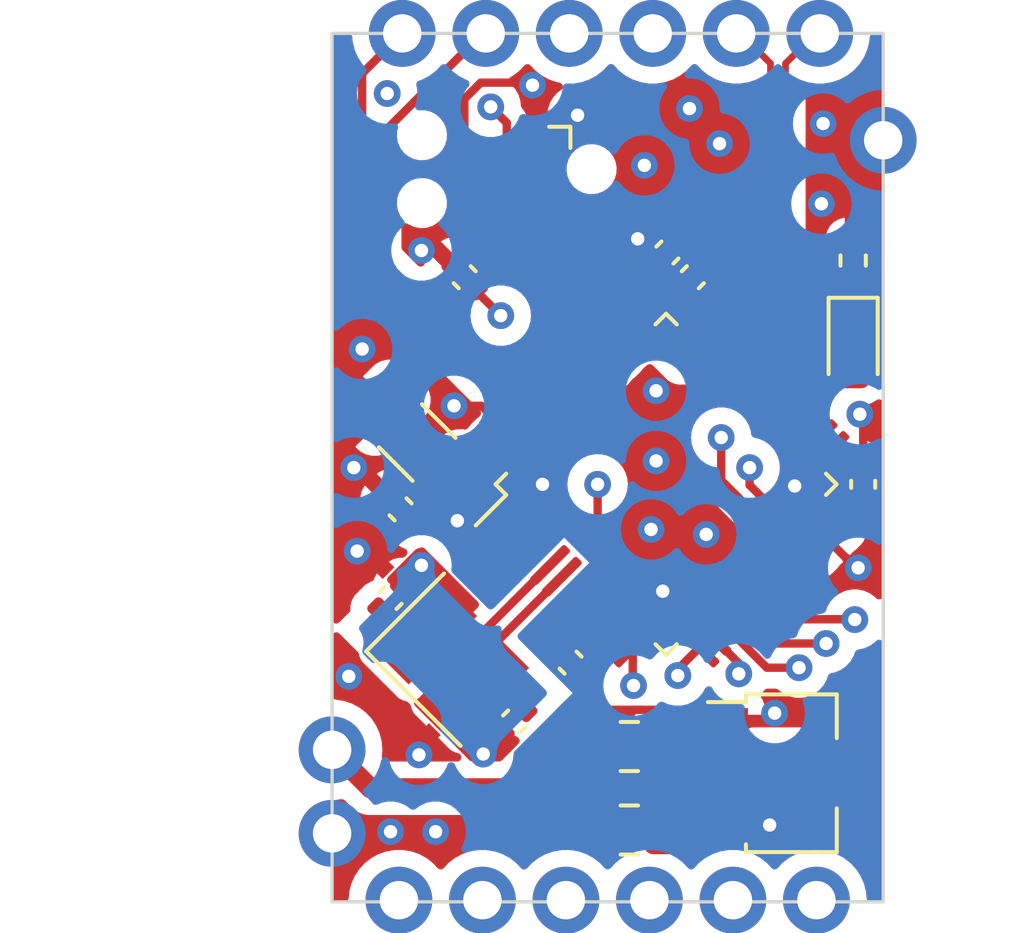
<source format=kicad_pcb>
(kicad_pcb (version 20240108) (generator "pcbnew") (generator_version "8.0")
  (layers (0 "F.Cu" signal) (1 "In1.Cu" power) (2 "In2.Cu" signal) (31 "B.Cu" power) (34 "B.Paste" user) (35 "F.Paste" user) (36 "B.SilkS" user "B.Silkscreen") (37 "F.SilkS" user "F.Silkscreen") (38 "B.Mask" user) (39 "F.Mask" user) (44 "Edge.Cuts" user))
  (net 0 "")
  (net 1 "GND")
  (net 2 "VCC")
  (net 3 "/~{RST}")
  (net 4 "/OSC_IN")
  (net 5 "/OSC_OUT")
  (net 6 "Net-(D1-K)")
  (net 7 "/SWDIO")
  (net 8 "/SWCLK")
  (net 9 "/SWO")
  (net 10 "Net-(J1-Pin_1)")
  (net 11 "/LED")
  (net 12 "Net-(U2-PB9)")
  (net 13 "Net-(U2-PB8)")
  (net 25 "Net-(U2-PB11)")
  (net 26 "Net-(U2-PB10)")
  (net 30 "Net-(U2-PA7)")
  (net 31 "Net-(U2-PA6)")
  (net 32 "Net-(U2-PA5)")
  (net 33 "Net-(U2-PA4)")
  (net 34 "Net-(U2-PA3)")
  (net 35 "Net-(U2-PA2)")
  (net 41 "Net-(U2-PA12)")
  (net 42 "Net-(U2-PA11)")
  (footprint "Capacitor_SMD:C_0402_1005Metric" (layer "F.Cu") (at 141.939411 85.110589 45)
    (property "Reference" "C5" (hide yes))
    (property "Value" "100nF")
    (fp_line (start -0.107836 -0.36) (end 0.107836 -0.36) (stroke (width 0.12)) (layer "F.SilkS"))
    (fp_line (start -0.107836 0.36) (end 0.107836 0.36) (stroke (width 0.12)) (layer "F.SilkS"))
    (pad "1" smd roundrect (at -0.48 0 45) (size 0.56 0.62) (layers "F.Cu" "F.Paste" "F.Mask") (net 2 "VCC"))
    (pad "2" smd roundrect (at 0.48 0 45) (size 0.56 0.62) (layers "F.Cu" "F.Paste" "F.Mask") (net 1 "GND"))
  )
  (footprint "Capacitor_SMD:C_0402_1005Metric" (layer "F.Cu") (at 137.35 99.15 -135)
    (property "Reference" "C11" (hide yes))
    (property "Value" "10pF")
    (fp_line (start -0.107836 0.36) (end 0.107836 0.36) (stroke (width 0.12)) (layer "F.SilkS"))
    (fp_line (start -0.107836 -0.36) (end 0.107836 -0.36) (stroke (width 0.12)) (layer "F.SilkS"))
    (pad "1" smd roundrect (at -0.48 0 225) (size 0.56 0.62) (layers "F.Cu" "F.Paste" "F.Mask") (net 5 "/OSC_OUT"))
    (pad "2" smd roundrect (at 0.48 0 225) (size 0.56 0.62) (layers "F.Cu" "F.Paste" "F.Mask") (net 1 "GND"))
  )
  (footprint "Capacitor_SMD:C_0402_1005Metric" (layer "F.Cu") (at 133.95 92.8 135)
    (property "Reference" "C3" (hide yes))
    (property "Value" "100nF")
    (fp_line (start -0.107836 -0.36) (end 0.107836 -0.36) (stroke (width 0.12)) (layer "F.SilkS"))
    (fp_line (start -0.107836 0.36) (end 0.107836 0.36) (stroke (width 0.12)) (layer "F.SilkS"))
    (pad "1" smd roundrect (at -0.48 0 135) (size 0.56 0.62) (layers "F.Cu" "F.Paste" "F.Mask") (net 2 "VCC"))
    (pad "2" smd roundrect (at 0.48 0 135) (size 0.56 0.62) (layers "F.Cu" "F.Paste" "F.Mask") (net 1 "GND"))
  )
  (footprint "Crystal:Crystal_SMD_3225-4Pin_3.2x2.5mm" (layer "F.Cu") (at 135.5 97.3 -45)
    (property "Reference" "Y1" (hide yes))
    (property "Value" "Crystal_GND24")
    (fp_line (start -2 1.65) (end 2 1.65) (stroke (width 0.12)) (layer "F.SilkS"))
    (fp_line (start -2 -1.65) (end -2 1.65) (stroke (width 0.12)) (layer "F.SilkS"))
    (pad "1" smd rect (at -1.1 0.85 315) (size 1.4 1.2) (layers "F.Cu" "F.Paste" "F.Mask") (net 4 "/OSC_IN"))
    (pad "2" smd rect (at 1.1 0.85 315) (size 1.4 1.2) (layers "F.Cu" "F.Paste" "F.Mask") (net 1 "GND"))
    (pad "3" smd rect (at 1.1 -0.85 315) (size 1.4 1.2) (layers "F.Cu" "F.Paste" "F.Mask") (net 5 "/OSC_OUT"))
    (pad "4" smd rect (at -1.1 -0.85 315) (size 1.4 1.2) (layers "F.Cu" "F.Paste" "F.Mask") (net 1 "GND"))
  )
  (footprint "Package_QFP:LQFP-48_7x7mm_P0.5mm" (layer "F.Cu") (at 141.9 92.05 45)
    (property "Reference" "U2" (hide yes))
    (property "Value" "STM32F103C8Tx")
    (fp_line (start -3.61 -3.61) (end -3.61 -3.16) (stroke (width 0.12)) (layer "F.SilkS"))
    (fp_line (start -3.16 -3.61) (end -3.61 -3.61) (stroke (width 0.12)) (layer "F.SilkS"))
    (fp_line (start -3.61 -3.16) (end -4.9 -3.16) (stroke (width 0.12)) (layer "F.SilkS"))
    (fp_line (start 3.16 -3.61) (end 3.61 -3.61) (stroke (width 0.12)) (layer "F.SilkS"))
    (fp_line (start 3.61 -3.61) (end 3.61 -3.16) (stroke (width 0.12)) (layer "F.SilkS"))
    (fp_line (start -3.61 3.61) (end -3.61 3.16) (stroke (width 0.12)) (layer "F.SilkS"))
    (fp_line (start -3.16 3.61) (end -3.61 3.61) (stroke (width 0.12)) (layer "F.SilkS"))
    (fp_line (start 3.16 3.61) (end 3.61 3.61) (stroke (width 0.12)) (layer "F.SilkS"))
    (fp_line (start 3.61 3.61) (end 3.61 3.16) (stroke (width 0.12)) (layer "F.SilkS"))
    (pad "1" smd roundrect (at -4.1625 -2.75 45) (size 1.475 0.3) (layers "F.Cu" "F.Paste" "F.Mask") (net 2 "VCC"))
    (pad "2" smd roundrect (at -4.1625 -2.25 45) (size 1.475 0.3) (layers "F.Cu" "F.Paste" "F.Mask"))
    (pad "3" smd roundrect (at -4.1625 -1.75 45) (size 1.475 0.3) (layers "F.Cu" "F.Paste" "F.Mask"))
    (pad "4" smd roundrect (at -4.1625 -1.249999 45) (size 1.475 0.3) (layers "F.Cu" "F.Paste" "F.Mask"))
    (pad "5" smd roundrect (at -4.1625 -0.75 45) (size 1.475 0.3) (layers "F.Cu" "F.Paste" "F.Mask") (net 4 "/OSC_IN"))
    (pad "6" smd roundrect (at -4.1625 -0.25 45) (size 1.475 0.3) (layers "F.Cu" "F.Paste" "F.Mask") (net 5 "/OSC_OUT"))
    (pad "7" smd roundrect (at -4.1625 0.25 45) (size 1.475 0.3) (layers "F.Cu" "F.Paste" "F.Mask") (net 3 "/~{RST}"))
    (pad "8" smd roundrect (at -4.1625 0.75 45) (size 1.475 0.3) (layers "F.Cu" "F.Paste" "F.Mask") (net 1 "GND"))
    (pad "9" smd roundrect (at -4.1625 1.249999 45) (size 1.475 0.3) (layers "F.Cu" "F.Paste" "F.Mask") (net 2 "VCC"))
    (pad "10" smd roundrect (at -4.1625 1.75 45) (size 1.475 0.3) (layers "F.Cu" "F.Paste" "F.Mask"))
    (pad "11" smd roundrect (at -4.1625 2.25 45) (size 1.475 0.3) (layers "F.Cu" "F.Paste" "F.Mask"))
    (pad "12" smd roundrect (at -4.1625 2.75 45) (size 1.475 0.3) (layers "F.Cu" "F.Paste" "F.Mask") (net 35 "Net-(U2-PA2)"))
    (pad "13" smd roundrect (at -2.75 4.1625 45) (size 0.3 1.475) (layers "F.Cu" "F.Paste" "F.Mask") (net 34 "Net-(U2-PA3)"))
    (pad "14" smd roundrect (at -2.25 4.1625 45) (size 0.3 1.475) (layers "F.Cu" "F.Paste" "F.Mask") (net 33 "Net-(U2-PA4)"))
    (pad "15" smd roundrect (at -1.75 4.1625 45) (size 0.3 1.475) (layers "F.Cu" "F.Paste" "F.Mask") (net 32 "Net-(U2-PA5)"))
    (pad "16" smd roundrect (at -1.249999 4.1625 45) (size 0.3 1.475) (layers "F.Cu" "F.Paste" "F.Mask") (net 31 "Net-(U2-PA6)"))
    (pad "17" smd roundrect (at -0.75 4.1625 45) (size 0.3 1.475) (layers "F.Cu" "F.Paste" "F.Mask") (net 30 "Net-(U2-PA7)"))
    (pad "18" smd roundrect (at -0.25 4.1625 45) (size 0.3 1.475) (layers "F.Cu" "F.Paste" "F.Mask"))
    (pad "19" smd roundrect (at 0.25 4.1625 45) (size 0.3 1.475) (layers "F.Cu" "F.Paste" "F.Mask"))
    (pad "20" smd roundrect (at 0.75 4.1625 45) (size 0.3 1.475) (layers "F.Cu" "F.Paste" "F.Mask"))
    (pad "21" smd roundrect (at 1.249999 4.1625 45) (size 0.3 1.475) (layers "F.Cu" "F.Paste" "F.Mask") (net 26 "Net-(U2-PB10)"))
    (pad "22" smd roundrect (at 1.75 4.1625 45) (size 0.3 1.475) (layers "F.Cu" "F.Paste" "F.Mask") (net 25 "Net-(U2-PB11)"))
    (pad "23" smd roundrect (at 2.25 4.1625 45) (size 0.3 1.475) (layers "F.Cu" "F.Paste" "F.Mask") (net 1 "GND"))
    (pad "24" smd roundrect (at 2.75 4.1625 45) (size 0.3 1.475) (layers "F.Cu" "F.Paste" "F.Mask") (net 2 "VCC"))
    (pad "25" smd roundrect (at 4.1625 2.75 45) (size 1.475 0.3) (layers "F.Cu" "F.Paste" "F.Mask"))
    (pad "26" smd roundrect (at 4.1625 2.25 45) (size 1.475 0.3) (layers "F.Cu" "F.Paste" "F.Mask"))
    (pad "27" smd roundrect (at 4.1625 1.75 45) (size 1.475 0.3) (layers "F.Cu" "F.Paste" "F.Mask"))
    (pad "28" smd roundrect (at 4.1625 1.249999 45) (size 1.475 0.3) (layers "F.Cu" "F.Paste" "F.Mask"))
    (pad "29" smd roundrect (at 4.1625 0.75 45) (size 1.475 0.3) (layers "F.Cu" "F.Paste" "F.Mask") (net 11 "/LED"))
    (pad "30" smd roundrect (at 4.1625 0.25 45) (size 1.475 0.3) (layers "F.Cu" "F.Paste" "F.Mask"))
    (pad "31" smd roundrect (at 4.1625 -0.25 45) (size 1.475 0.3) (layers "F.Cu" "F.Paste" "F.Mask"))
    (pad "32" smd roundrect (at 4.1625 -0.75 45) (size 1.475 0.3) (layers "F.Cu" "F.Paste" "F.Mask") (net 42 "Net-(U2-PA11)"))
    (pad "33" smd roundrect (at 4.1625 -1.249999 45) (size 1.475 0.3) (layers "F.Cu" "F.Paste" "F.Mask") (net 41 "Net-(U2-PA12)"))
    (pad "34" smd roundrect (at 4.1625 -1.75 45) (size 1.475 0.3) (layers "F.Cu" "F.Paste" "F.Mask") (net 7 "/SWDIO"))
    (pad "35" smd roundrect (at 4.1625 -2.25 45) (size 1.475 0.3) (layers "F.Cu" "F.Paste" "F.Mask") (net 1 "GND"))
    (pad "36" smd roundrect (at 4.1625 -2.75 45) (size 1.475 0.3) (layers "F.Cu" "F.Paste" "F.Mask") (net 2 "VCC"))
    (pad "37" smd roundrect (at 2.75 -4.1625 45) (size 0.3 1.475) (layers "F.Cu" "F.Paste" "F.Mask") (net 8 "/SWCLK"))
    (pad "38" smd roundrect (at 2.25 -4.1625 45) (size 0.3 1.475) (layers "F.Cu" "F.Paste" "F.Mask"))
    (pad "39" smd roundrect (at 1.75 -4.1625 45) (size 0.3 1.475) (layers "F.Cu" "F.Paste" "F.Mask") (net 9 "/SWO"))
    (pad "40" smd roundrect (at 1.249999 -4.1625 45) (size 0.3 1.475) (layers "F.Cu" "F.Paste" "F.Mask"))
    (pad "41" smd roundrect (at 0.75 -4.1625 45) (size 0.3 1.475) (layers "F.Cu" "F.Paste" "F.Mask"))
    (pad "42" smd roundrect (at 0.25 -4.1625 45) (size 0.3 1.475) (layers "F.Cu" "F.Paste" "F.Mask"))
    (pad "43" smd roundrect (at -0.25 -4.1625 45) (size 0.3 1.475) (layers "F.Cu" "F.Paste" "F.Mask"))
    (pad "44" smd roundrect (at -0.75 -4.1625 45) (size 0.3 1.475) (layers "F.Cu" "F.Paste" "F.Mask") (net 1 "GND"))
    (pad "45" smd roundrect (at -1.249999 -4.1625 45) (size 0.3 1.475) (layers "F.Cu" "F.Paste" "F.Mask") (net 13 "Net-(U2-PB8)"))
    (pad "46" smd roundrect (at -1.75 -4.1625 45) (size 0.3 1.475) (layers "F.Cu" "F.Paste" "F.Mask") (net 12 "Net-(U2-PB9)"))
    (pad "47" smd roundrect (at -2.25 -4.1625 45) (size 0.3 1.475) (layers "F.Cu" "F.Paste" "F.Mask") (net 1 "GND"))
    (pad "48" smd roundrect (at -2.75 -4.1625 45) (size 0.3 1.475) (layers "F.Cu" "F.Paste" "F.Mask") (net 2 "VCC"))
  )
  (footprint "Package_TO_SOT_SMD:SOT-89-3" (layer "F.Cu") (at 145.65 100.7)
    (property "Reference" "U1" (hide yes))
    (property "Value" "HT7533-1-SOT89")
    (fp_line (start -2.5 -2.13) (end -1.36 -2.13) (stroke (width 0.12)) (layer "F.SilkS"))
    (fp_line (start -1.36 -2.36) (end -1.36 -2.13) (stroke (width 0.12)) (layer "F.SilkS"))
    (fp_line (start -1.36 -2.36) (end 1.36 -2.36) (stroke (width 0.12)) (layer "F.SilkS"))
    (fp_line (start -1.36 2.36) (end -1.36 2.13) (stroke (width 0.12)) (layer "F.SilkS"))
    (fp_line (start 1.36 -2.36) (end 1.36 -1.05) (stroke (width 0.12)) (layer "F.SilkS"))
    (fp_line (start 1.36 1.05) (end 1.36 2.36) (stroke (width 0.12)) (layer "F.SilkS"))
    (fp_line (start 1.36 2.36) (end -1.36 2.36) (stroke (width 0.12)) (layer "F.SilkS"))
    (pad "1" smd rect (at -1.95 -1.5) (size 1.3 0.9) (layers "F.Cu" "F.Paste" "F.Mask") (net 1 "GND"))
    (pad "2" smd custom (at -1.8625 0) (size 1.475 0.9) (layers "F.Cu" "F.Paste" "F.Mask") (net 10 "Net-(J1-Pin_1)") (options (clearance outline) (anchor rect)) (primitives (gr_poly (pts (xy 3.8625 0.8665) (xy 0.7375 0.8665) (xy 0.7375 -0.8665) (xy 3.8625 -0.8665)) (width 0) (fill yes))))
    (pad "3" smd rect (at -1.95 1.5) (size 1.3 0.9) (layers "F.Cu" "F.Paste" "F.Mask") (net 2 "VCC"))
  )
  (footprint "Capacitor_SMD:C_0805_2012Metric" (layer "F.Cu") (at 140.8 102.4 180)
    (property "Reference" "C8" (hide yes))
    (property "Value" "10uF")
    (fp_line (start -0.261252 0.735) (end 0.261252 0.735) (stroke (width 0.12)) (layer "F.SilkS"))
    (fp_line (start -0.261252 -0.735) (end 0.261252 -0.735) (stroke (width 0.12)) (layer "F.SilkS"))
    (pad "1" smd roundrect (at -0.95 0 180) (size 1 1.45) (layers "F.Cu" "F.Paste" "F.Mask") (net 2 "VCC"))
    (pad "2" smd roundrect (at 0.95 0 180) (size 1 1.45) (layers "F.Cu" "F.Paste" "F.Mask") (net 1 "GND"))
  )
  (footprint "Capacitor_SMD:C_0402_1005Metric" (layer "F.Cu") (at 133.65 95.45 45)
    (property "Reference" "C10" (hide yes))
    (property "Value" "10pF")
    (fp_line (start -0.107836 -0.36) (end 0.107836 -0.36) (stroke (width 0.12)) (layer "F.SilkS"))
    (fp_line (start -0.107836 0.36) (end 0.107836 0.36) (stroke (width 0.12)) (layer "F.SilkS"))
    (pad "1" smd roundrect (at -0.48 0 45) (size 0.56 0.62) (layers "F.Cu" "F.Paste" "F.Mask") (net 4 "/OSC_IN"))
    (pad "2" smd roundrect (at 0.48 0 45) (size 0.56 0.62) (layers "F.Cu" "F.Paste" "F.Mask") (net 1 "GND"))
  )
  (footprint "Capacitor_SMD:C_0805_2012Metric" (layer "F.Cu") (at 140.8 99.9 180)
    (property "Reference" "C7" (hide yes))
    (property "Value" "10uF")
    (fp_line (start -0.261252 0.735) (end 0.261252 0.735) (stroke (width 0.12)) (layer "F.SilkS"))
    (fp_line (start -0.261252 -0.735) (end 0.261252 -0.735) (stroke (width 0.12)) (layer "F.SilkS"))
    (pad "1" smd roundrect (at -0.95 0 180) (size 1 1.45) (layers "F.Cu" "F.Paste" "F.Mask") (net 10 "Net-(J1-Pin_1)"))
    (pad "2" smd roundrect (at 0.95 0 180) (size 1 1.45) (layers "F.Cu" "F.Paste" "F.Mask") (net 1 "GND"))
  )
  (footprint "Capacitor_SMD:C_0402_1005Metric" (layer "F.Cu") (at 135.87 85.85 135)
    (property "Reference" "C9" (hide yes))
    (property "Value" "100nF")
    (fp_line (start -0.107836 -0.36) (end 0.107836 -0.36) (stroke (width 0.12)) (layer "F.SilkS"))
    (fp_line (start -0.107836 0.36) (end 0.107836 0.36) (stroke (width 0.12)) (layer "F.SilkS"))
    (pad "1" smd roundrect (at -0.48 0 135) (size 0.56 0.62) (layers "F.Cu" "F.Paste" "F.Mask") (net 3 "/~{RST}"))
    (pad "2" smd roundrect (at 0.48 0 135) (size 0.56 0.62) (layers "F.Cu" "F.Paste" "F.Mask") (net 1 "GND"))
  )
  (footprint "Capacitor_SMD:C_1206_3216Metric" (layer "F.Cu") (at 134.45 90.8 135)
    (property "Reference" "C6" (hide yes))
    (property "Value" "4.7uF")
    (fp_line (start -0.711252 -0.91) (end 0.711252 -0.91) (stroke (width 0.12)) (layer "F.SilkS"))
    (fp_line (start -0.711252 0.91) (end 0.711252 0.91) (stroke (width 0.12)) (layer "F.SilkS"))
    (pad "1" smd roundrect (at -1.475001 0 135) (size 1.15 1.8) (layers "F.Cu" "F.Paste" "F.Mask") (roundrect_rratio 0.2173913043) (net 2 "VCC"))
    (pad "2" smd roundrect (at 1.475001 0 135) (size 1.15 1.8) (layers "F.Cu" "F.Paste" "F.Mask") (roundrect_rratio 0.2173913043) (net 1 "GND"))
  )
  (footprint "Connector:Tag-Connect_TC2030-IDC-NL_2x03_P1.27mm_Vertical" (layer "F.Cu") (at 137.13 82.615 180)
    (property "Reference" "J2" (hide yes))
    (property "Value" "Conn_ARM_SWD_TagConnect_TC2030-NL")
    (fp_line (start -1.27 1.27) (end -1.905 1.27) (stroke (width 0.12)) (layer "F.SilkS"))
    (fp_line (start -1.905 1.27) (end -1.905 0.635) (stroke (width 0.12)) (layer "F.SilkS"))
    (pad "" np_thru_hole circle (at -2.54 0 180) (size 0.9906 0.9906) (drill 0.9906) (layers "*.Cu" "*.Mask"))
    (pad "" np_thru_hole circle (at 2.54 -1.016 180) (size 0.9906 0.9906) (drill 0.9906) (layers "*.Cu" "*.Mask"))
    (pad "" np_thru_hole circle (at 2.54 1.016 180) (size 0.9906 0.9906) (drill 0.9906) (layers "*.Cu" "*.Mask"))
    (pad "1" connect circle (at -1.27 0.635 180) (size 0.7874 0.7874) (layers "F.Cu" "F.Mask") (net 2 "VCC"))
    (pad "2" connect circle (at -1.27 -0.635 180) (size 0.7874 0.7874) (layers "F.Cu" "F.Mask") (net 7 "/SWDIO"))
    (pad "3" connect circle (at 0 0.635 180) (size 0.7874 0.7874) (layers "F.Cu" "F.Mask") (net 3 "/~{RST}"))
    (pad "4" connect circle (at 0 -0.635 180) (size 0.7874 0.7874) (layers "F.Cu" "F.Mask") (net 8 "/SWCLK"))
    (pad "5" connect circle (at 1.27 0.635 180) (size 0.7874 0.7874) (layers "F.Cu" "F.Mask") (net 1 "GND"))
    (pad "6" connect circle (at 1.27 -0.635 180) (size 0.7874 0.7874) (layers "F.Cu" "F.Mask") (net 9 "/SWO"))
    (zone (net 0) (net_name "") (layer "F.Cu") (connect_pads (clearance 0)) (min_thickness 0.254)
      (keepout (tracks allowed) (vias not_allowed) (pads allowed) (copperpour not_allowed) (footprints not_allowed))
      (fill (thermal_gap 0.508) (thermal_bridge_width 0.508))
      (polygon (pts (xy 135.86 83.25) (xy 138.4 83.25) (xy 138.4 81.98) (xy 135.86 81.98)))
    )
  )
  (footprint "Capacitor_SMD:C_0402_1005Metric" (layer "F.Cu") (at 139.039411 97.389411 -45)
    (property "Reference" "C4" (hide yes))
    (property "Value" "100nF")
    (fp_line (start -0.107836 0.36) (end 0.107836 0.36) (stroke (width 0.12)) (layer "F.SilkS"))
    (fp_line (start -0.107836 -0.36) (end 0.107836 -0.36) (stroke (width 0.12)) (layer "F.SilkS"))
    (pad "1" smd roundrect (at -0.48 0 315) (size 0.56 0.62) (layers "F.Cu" "F.Paste" "F.Mask") (net 2 "VCC"))
    (pad "2" smd roundrect (at 0.48 0 315) (size 0.56 0.62) (layers "F.Cu" "F.Paste" "F.Mask") (net 1 "GND"))
  )
  (footprint "LED_SMD:LED_0603_1608Metric" (layer "F.Cu") (at 147.5 87.95 -90)
    (property "Reference" "D1" (hide yes))
    (property "Value" "LED_GREEN")
    (fp_line (start -1.485 0.735) (end 0.8 0.735) (stroke (width 0.12)) (layer "F.SilkS"))
    (fp_line (start -1.485 -0.735) (end -1.485 0.735) (stroke (width 0.12)) (layer "F.SilkS"))
    (fp_line (start 0.8 -0.735) (end -1.485 -0.735) (stroke (width 0.12)) (layer "F.SilkS"))
    (pad "1" smd roundrect (at -0.7875 0 270) (size 0.875 0.95) (layers "F.Cu" "F.Paste" "F.Mask") (net 6 "Net-(D1-K)"))
    (pad "2" smd roundrect (at 0.7875 0 270) (size 0.875 0.95) (layers "F.Cu" "F.Paste" "F.Mask") (net 11 "/LED"))
  )
  (footprint "Resistor_SMD:R_0402_1005Metric" (layer "F.Cu") (at 147.5 85.35 90)
    (property "Reference" "R1" (hide yes))
    (property "Value" "5.1k")
    (fp_line (start -0.153641 -0.38) (end 0.153641 -0.38) (stroke (width 0.12)) (layer "F.SilkS"))
    (fp_line (start -0.153641 0.38) (end 0.153641 0.38) (stroke (width 0.12)) (layer "F.SilkS"))
    (pad "1" smd roundrect (at -0.51 0 90) (size 0.54 0.64) (layers "F.Cu" "F.Paste" "F.Mask") (net 6 "Net-(D1-K)"))
    (pad "2" smd roundrect (at 0.51 0 90) (size 0.54 0.64) (layers "F.Cu" "F.Paste" "F.Mask") (net 1 "GND"))
  )
  (footprint "Capacitor_SMD:C_0402_1005Metric" (layer "F.Cu") (at 142.7 85.85 45)
    (property "Reference" "C1" (hide yes))
    (property "Value" "100nF")
    (fp_line (start -0.107836 -0.36) (end 0.107836 -0.36) (stroke (width 0.12)) (layer "F.SilkS"))
    (fp_line (start -0.107836 0.36) (end 0.107836 0.36) (stroke (width 0.12)) (layer "F.SilkS"))
    (pad "1" smd roundrect (at -0.48 0 45) (size 0.56 0.62) (layers "F.Cu" "F.Paste" "F.Mask") (net 2 "VCC"))
    (pad "2" smd roundrect (at 0.48 0 45) (size 0.56 0.62) (layers "F.Cu" "F.Paste" "F.Mask") (net 1 "GND"))
  )
  (footprint "Capacitor_SMD:C_0402_1005Metric" (layer "F.Cu") (at 147.8 92.05 90)
    (property "Reference" "C2" (hide yes))
    (property "Value" "100nF")
    (fp_line (start -0.107836 -0.36) (end 0.107836 -0.36) (stroke (width 0.12)) (layer "F.SilkS"))
    (fp_line (start -0.107836 0.36) (end 0.107836 0.36) (stroke (width 0.12)) (layer "F.SilkS"))
    (pad "1" smd roundrect (at -0.48 0 90) (size 0.56 0.62) (layers "F.Cu" "F.Paste" "F.Mask") (net 2 "VCC"))
    (pad "2" smd roundrect (at 0.48 0 90) (size 0.56 0.62) (layers "F.Cu" "F.Paste" "F.Mask") (net 1 "GND"))
  )
  (gr_rect (start 131.9 78.55) (end 148.4 104.55) (stroke (width 0.1)) (fill none) (layer "Edge.Cuts"))
  (segment (start 135.676777 98.678858) (end 136.200036 98.678858) (width 0.25) (layer "F.Cu") (net 1))
  (segment (start 141.15 98.8) (end 139.707644 98.8) (width 0.25) (layer "F.Cu") (net 1))
  (segment (start 134.51267 95.110589) (end 135.323223 95.921142) (width 0.25) (layer "F.Cu") (net 1))
  (segment (start 135.86 81.98) (end 135.86 80.514695) (width 0.25) (layer "F.Cu") (net 1))
  (segment (start 133.989411 95.110589) (end 134.51267 95.110589) (width 0.25) (layer "F.Cu") (net 1))
  (segment (start 143.252342 87.515678) (end 144.25 86.51802) (width 0.25) (layer "F.Cu") (net 1))
  (segment (start 137.825 80.025) (end 137.9 80.1) (width 0.25) (layer "F.Cu") (net 1))
  (segment (start 139.707644 98.8) (end 139.378822 98.471178) (width 0.25) (layer "F.Cu") (net 1))
  (segment (start 138.426338 89.636998) (end 138.436998 89.636998) (width 0.25) (layer "F.Cu") (net 1))
  (segment (start 135.86 80.514695) (end 136.349695 80.025) (width 0.25) (layer "F.Cu") (net 1))
  (segment (start 136.36802 89.7) (end 135.55 89.7) (width 0.25) (layer "F.Cu") (net 1))
  (segment (start 134.575 85.05) (end 135.07 85.05) (width 0.25) (layer "F.Cu") (net 1))
  (segment (start 136.349695 80.025) (end 137.825 80.025) (width 0.25) (layer "F.Cu") (net 1))
  (segment (start 137.365678 90.697658) (end 136.36802 89.7) (width 0.25) (layer "F.Cu") (net 1))
  (segment (start 139.378822 97.728822) (end 139.378822 98.471178) (width 0.25) (layer "F.Cu") (net 1))
  (segment (start 139.85 99.9) (end 140.95 98.8) (width 0.25) (layer "F.Cu") (net 1))
  (segment (start 143.3 98.8) (end 141.15 98.8) (width 0.25) (layer "F.Cu") (net 1))
  (segment (start 147.8 91.57) (end 147.8 90.05) (width 0.25) (layer "F.Cu") (net 1))
  (segment (start 147.8 90.05) (end 147.7 89.95) (width 0.25) (layer "F.Cu") (net 1))
  (segment (start 140.95 98.8) (end 141.15 98.8) (width 0.25) (layer "F.Cu") (net 1))
  (segment (start 147.58198 94.55) (end 147.65 94.55) (width 0.25) (layer "F.Cu") (net 1))
  (segment (start 146.434322 93.402342) (end 147.58198 94.55) (width 0.25) (layer "F.Cu") (net 1))
  (segment (start 139.486998 95.523662) (end 140.56066 94.45) (width 0.25) (layer "F.Cu") (net 1))
  (segment (start 135.07 85.05) (end 135.530589 85.510589) (width 0.25) (layer "F.Cu") (net 1))
  (segment (start 143.7 99.2) (end 143.3 98.8) (width 0.25) (layer "F.Cu") (net 1))
  (segment (start 138.426338 89.636998) (end 139.43934 90.65) (width 0.25) (layer "F.Cu") (net 1))
  (segment (start 136.200036 98.678858) (end 137.010589 99.489411) (width 0.25) (layer "F.Cu") (net 1))
  (via (at 131.9 102.5) (size 2) (drill 1.15) (layers "F.Cu" "B.Cu") (net 1))
  (via (at 141.25 82.5) (size 0.8) (drill 0.4) (layers "F.Cu" "B.Cu") (net 1))
  (via (at 143.5 81.85) (size 0.8) (drill 0.4) (layers "F.Cu" "B.Cu") (net 1))
  (via (at 132.4 97.8) (size 0.8) (drill 0.4) (layers "F.Cu" "B.Cu") (net 1))
  (via (at 147.7 89.95) (size 0.8) (drill 0.4) (layers "F.Cu" "B.Cu") (net 1))
  (via (at 135 102.45) (size 0.8) (drill 0.4) (layers "F.Cu" "B.Cu") (net 1))
  (via (at 133.55 80.35) (size 0.8) (drill 0.4) (layers "F.Cu" "B.Cu") (net 1))
  (via (at 142.6 80.8) (size 0.8) (drill 0.4) (layers "F.Cu" "B.Cu") (net 1))
  (via (at 141.45 93.4) (size 0.8) (drill 0.4) (layers "F.Cu" "B.Cu") (net 1))
  (via (at 141.6 89.25) (size 0.8) (drill 0.4) (layers "F.Cu" "B.Cu") (net 1))
  (via (at 136.425 100.125) (size 0.8) (drill 0.4) (layers "F.Cu" "B.Cu") (net 1))
  (via (at 145.15 98.9) (size 0.8) (drill 0.4) (layers "F.Cu" "B.Cu") (net 1))
  (via (at 137.9 80.1) (size 0.8) (drill 0.4) (layers "F.Cu" "B.Cu") (net 1))
  (via (at 132.65 94.05) (size 0.8) (drill 0.4) (layers "F.Cu" "B.Cu") (net 1))
  (via (at 132.8 88) (size 0.8) (drill 0.4) (layers "F.Cu" "B.Cu") (net 1))
  (via (at 134.575 94.475) (size 0.8) (drill 0.4) (layers "F.Cu" "B.Cu") (net 1))
  (via (at 134.5 100.15) (size 0.8) (drill 0.4) (layers "F.Cu" "B.Cu") (net 1))
  (via (at 133.65 102.45) (size 0.8) (drill 0.4) (layers "F.Cu" "B.Cu") (net 1))
  (via (at 146.6 81.25) (size 0.8) (drill 0.4) (layers "F.Cu" "B.Cu") (net 1))
  (via (at 132.55 91.55) (size 0.8) (drill 0.4) (layers "F.Cu" "B.Cu") (net 1))
  (via (at 143.1 93.55) (size 0.8) (drill 0.4) (layers "F.Cu" "B.Cu") (net 1))
  (via (at 147.65 94.55) (size 0.8) (drill 0.4) (layers "F.Cu" "B.Cu") (net 1))
  (via (at 135.55 89.7) (size 0.8) (drill 0.4) (layers "F.Cu" "B.Cu") (net 1))
  (via (at 148.4 81.75) (size 2) (drill 1.15) (layers "F.Cu" "B.Cu") (net 1))
  (via (at 146.55 83.65) (size 0.8) (drill 0.4) (layers "F.Cu" "B.Cu") (net 1))
  (via (at 141.6 91.35) (size 0.8) (drill 0.4) (layers "F.Cu" "B.Cu") (net 1))
  (via (at 134.575 85.05) (size 0.8) (drill 0.4) (layers "F.Cu" "B.Cu") (net 1))
  (segment (start 138.010912 92.05) (end 138.2 92.05) (width 0.25) (layer "F.Cu") (net 2))
  (segment (start 136.698788 93.048788) (end 135.492983 91.842983) (width 0.25) (layer "F.Cu") (net 2))
  (segment (start 147.8 92.53) (end 147.306664 92.53) (width 0.25) (layer "F.Cu") (net 2))
  (segment (start 143.7 102.2) (end 144.95 102.2) (width 0.6) (layer "F.Cu") (net 2))
  (segment (start 138.4 81.85) (end 139.25 81) (width 0.25) (layer "F.Cu") (net 2))
  (segment (start 146.787876 93.048788) (end 145.839088 92.1) (width 0.25) (layer "F.Cu") (net 2))
  (segment (start 137.012124 93.048788) (end 136.698788 93.048788) (width 0.25) (layer "F.Cu") (net 2))
  (segment (start 144.95 102.2) (end 145 102.25) (width 0.6) (layer "F.Cu") (net 2))
  (segment (start 134.289411 93.139411) (end 136.921501 93.139411) (width 0.25) (layer "F.Cu") (net 2))
  (segment (start 141.85 102.2) (end 141.75 102.3) (width 0.6) (layer "F.Cu") (net 2))
  (segment (start 137.012124 91.051212) (end 136.284754 91.051212) (width 0.25) (layer "F.Cu") (net 2))
  (segment (start 137.012124 93.048788) (end 138.010912 92.05) (width 0.25) (layer "F.Cu") (net 2))
  (segment (start 140.467766 95.25) (end 141.8 95.25) (width 0.25) (layer "F.Cu") (net 2))
  (segment (start 138.7 97.05) (end 138.7 97.017766) (width 0.25) (layer "F.Cu") (net 2))
  (segment (start 139.840551 95.877215) (end 140.467766 95.25) (width 0.25) (layer "F.Cu") (net 2))
  (segment (start 136.284754 91.051212) (end 135.492983 91.842983) (width 0.25) (layer "F.Cu") (net 2))
  (segment (start 138.7 97.017766) (end 139.840551 95.877215) (width 0.25) (layer "F.Cu") (net 2))
  (segment (start 142.898788 87.162124) (end 142.898788 86.748788) (width 0.25) (layer "F.Cu") (net 2))
  (segment (start 134.289411 93.139411) (end 134.289411 93.046555) (width 0.25) (layer "F.Cu") (net 2))
  (segment (start 134.289411 93.046555) (end 135.492983 91.842983) (width 0.25) (layer "F.Cu") (net 2))
  (segment (start 147.306664 92.53) (end 146.787876 93.048788) (width 0.25) (layer "F.Cu") (net 2))
  (segment (start 143.7 102.2) (end 141.85 102.2) (width 0.6) (layer "F.Cu") (net 2))
  (segment (start 142.898788 86.748788) (end 141.6 85.45) (width 0.25) (layer "F.Cu") (net 2))
  (segment (start 145.839088 92.1) (end 145.75 92.1) (width 0.25) (layer "F.Cu") (net 2))
  (segment (start 141.6 85.45) (end 141.6 85.25) (width 0.25) (layer "F.Cu") (net 2))
  (segment (start 136.921501 93.139411) (end 137.012124 93.048788) (width 0.25) (layer "F.Cu") (net 2))
  (segment (start 138.4 81.98) (end 138.4 81.85) (width 0.25) (layer "F.Cu") (net 2))
  (segment (start 141.6 85.25) (end 141.05 84.7) (width 0.25) (layer "F.Cu") (net 2))
  (via (at 141.05 84.7) (size 0.8) (drill 0.4) (layers "F.Cu" "B.Cu") (net 2))
  (via (at 139.25 81) (size 0.8) (drill 0.4) (layers "F.Cu" "B.Cu") (net 2))
  (via (at 135.65 93.139411) (size 0.8) (drill 0.4) (layers "F.Cu" "B.Cu") (net 2))
  (via (at 138.2 92.05) (size 0.8) (drill 0.4) (layers "F.Cu" "B.Cu") (net 2))
  (via (at 145.75 92.1) (size 0.8) (drill 0.4) (layers "F.Cu" "B.Cu") (net 2))
  (via (at 145 102.25) (size 0.8) (drill 0.4) (layers "F.Cu" "B.Cu") (net 2))
  (via (at 141.8 95.25) (size 0.8) (drill 0.4) (layers "F.Cu" "B.Cu") (net 2))
  (segment (start 136.209411 86.259411) (end 136.95 87) (width 0.25) (layer "F.Cu") (net 3))
  (segment (start 139.85 94.453554) (end 139.133445 95.170109) (width 0.25) (layer "F.Cu") (net 3))
  (segment (start 137.13 81.23) (end 136.65 80.75) (width 0.25) (layer "F.Cu") (net 3))
  (segment (start 136.209411 86.189411) (end 136.209411 86.259411) (width 0.25) (layer "F.Cu") (net 3))
  (segment (start 137.13 81.98) (end 137.13 81.23) (width 0.25) (layer "F.Cu") (net 3))
  (segment (start 139.85 94.453554) (end 139.85 92.05) (width 0.25) (layer "F.Cu") (net 3))
  (via (at 139.85 92.05) (size 0.8) (drill 0.4) (layers "F.Cu" "B.Cu") (net 3))
  (via (at 136.95 87) (size 0.8) (drill 0.4) (layers "F.Cu" "B.Cu") (net 3))
  (via (at 136.65 80.75) (size 0.8) (drill 0.4) (layers "F.Cu" "B.Cu") (net 3))
  (segment (start 135.271142 97.618198) (end 134.616117 97.618198) (width 0.25) (layer "F.Cu") (net 4))
  (segment (start 134.616117 97.618198) (end 134.121142 97.123223) (width 0.25) (layer "F.Cu") (net 4))
  (segment (start 138.426338 94.463002) (end 135.271142 97.618198) (width 0.25) (layer "F.Cu") (net 4))
  (segment (start 133.310589 96.31267) (end 134.121142 97.123223) (width 0.25) (layer "F.Cu") (net 4))
  (segment (start 133.310589 95.789411) (end 133.310589 96.31267) (width 0.25) (layer "F.Cu") (net 4))
  (segment (start 136.878858 96.717588) (end 136.878858 97.476777) (width 0.25) (layer "F.Cu") (net 5))
  (segment (start 138.779891 94.816555) (end 136.878858 96.717588) (width 0.25) (layer "F.Cu") (net 5))
  (segment (start 136.878858 97.476777) (end 136.878858 98.000036) (width 0.25) (layer "F.Cu") (net 5))
  (segment (start 136.878858 98.000036) (end 137.689411 98.810589) (width 0.25) (layer "F.Cu") (net 5))
  (segment (start 147.5 87.1625) (end 147.5 85.86) (width 0.25) (layer "F.Cu") (net 6))
  (segment (start 143.605895 87.869231) (end 143.037957 88.437169) (width 0.25) (layer "F.Cu") (net 7))
  (segment (start 142.337169 88.437169) (end 141.822703 87.922703) (width 0.25) (layer "F.Cu") (net 7))
  (segment (start 141.822703 87.922703) (end 141.822703 86.672703) (width 0.25) (layer "F.Cu") (net 7))
  (segment (start 141.822703 86.672703) (end 138.4 83.25) (width 0.25) (layer "F.Cu") (net 7))
  (segment (start 143.037957 88.437169) (end 142.337169 88.437169) (width 0.25) (layer "F.Cu") (net 7))
  (segment (start 137.13 83.25) (end 137.13 83.48) (width 0.25) (layer "F.Cu") (net 8))
  (segment (start 137.219088 83.48) (end 140.901212 87.162124) (width 0.25) (layer "F.Cu") (net 8))
  (segment (start 137.13 83.48) (end 137.219088 83.48) (width 0.25) (layer "F.Cu") (net 8))
  (segment (start 140.194105 87.869231) (end 135.86 83.535126) (width 0.25) (layer "F.Cu") (net 9))
  (segment (start 135.86 83.535126) (end 135.86 83.25) (width 0.25) (layer "F.Cu") (net 9))
  (segment (start 132.2 100.3) (end 132.2 100) (width 0.6) (layer "F.Cu") (net 10))
  (segment (start 142.2 100.7) (end 141.75 100.25) (width 0.6) (layer "F.Cu") (net 10))
  (segment (start 143.7875 100.7) (end 142.2 100.7) (width 0.6) (layer "F.Cu") (net 10))
  (segment (start 143.7875 100.7) (end 144.65 100.7) (width 0.6) (layer "F.Cu") (net 10))
  (segment (start 133.05 101.15) (end 132.2 100.3) (width 0.6) (layer "F.Cu") (net 10))
  (segment (start 143.3375 101.15) (end 133.05 101.15) (width 0.6) (layer "F.Cu") (net 10))
  (segment (start 143.7875 100.7) (end 143.3375 101.15) (width 0.6) (layer "F.Cu") (net 10))
  (segment (start 144.007108 100.7) (end 143.7875 100.7) (width 0.6) (layer "F.Cu") (net 10))
  (via (at 131.9 100) (size 2) (drill 1.15) (layers "F.Cu" "B.Cu") (net 10))
  (segment (start 146.27316 88.7375) (end 147.5 88.7375) (width 0.25) (layer "F.Cu") (net 11))
  (segment (start 145.373662 89.636998) (end 146.27316 88.7375) (width 0.25) (layer "F.Cu") (net 11))
  (segment (start 132.8 85.424874) (end 132.8 79.75) (width 0.25) (layer "F.Cu") (net 12))
  (segment (start 133.875 78.675) (end 134 78.675) (width 0.25) (layer "F.Cu") (net 12))
  (segment (start 137.719231 90.344105) (end 132.8 85.424874) (width 0.25) (layer "F.Cu") (net 12))
  (segment (start 132.8 79.75) (end 133.875 78.675) (width 0.25) (layer "F.Cu") (net 12))
  (via (at 134 78.55) (size 2) (drill 1.15) (layers "F.Cu" "B.Cu") (net 12))
  (segment (start 136.28321 78.675) (end 136.5 78.675) (width 0.25) (layer "F.Cu") (net 13))
  (segment (start 133.35 81.60821) (end 136.28321 78.675) (width 0.25) (layer "F.Cu") (net 13))
  (segment (start 133.35 85.267766) (end 133.35 81.60821) (width 0.25) (layer "F.Cu") (net 13))
  (segment (start 138.072785 89.990551) (end 133.35 85.267766) (width 0.25) (layer "F.Cu") (net 13))
  (via (at 136.5 78.55) (size 2) (drill 1.15) (layers "F.Cu" "B.Cu") (net 13))
  (segment (start 146.080769 93.755895) (end 144.4 92.075126) (width 0.25) (layer "F.Cu") (net 25))
  (segment (start 144.4 92.075126) (end 144.4 91.55) (width 0.25) (layer "F.Cu") (net 25))
  (via (at 141.5 78.55) (size 2) (drill 1.15) (layers "F.Cu" "B.Cu") (net 25))
  (via (at 144.4 91.55) (size 0.8) (drill 0.4) (layers "F.Cu" "B.Cu") (net 25))
  (segment (start 145.727215 94.109449) (end 143.55 91.932234) (width 0.25) (layer "F.Cu") (net 26))
  (segment (start 143.55 91.932234) (end 143.55 90.65) (width 0.25) (layer "F.Cu") (net 26))
  (via (at 139 78.55) (size 2) (drill 1.15) (layers "F.Cu" "B.Cu") (net 26))
  (via (at 143.55 90.65) (size 0.8) (drill 0.4) (layers "F.Cu" "B.Cu") (net 26))
  (segment (start 147.5416 96.0916) (end 147.55 96.1) (width 0.25) (layer "F.Cu") (net 30))
  (segment (start 144.88094 96.0916) (end 147.5416 96.0916) (width 0.25) (layer "F.Cu") (net 30))
  (segment (start 144.88094 96.0916) (end 147.0916 96.0916) (width 0.25) (layer "F.Cu") (net 30))
  (segment (start 144.313002 95.523662) (end 144.88094 96.0916) (width 0.25) (layer "F.Cu") (net 30))
  (via (at 147.55 96.1) (size 0.8) (drill 0.4) (layers "F.Cu" "B.Cu") (net 30))
  (via (at 146.4 104.5) (size 2) (drill 1.15) (layers "F.Cu" "B.Cu") (net 30))
  (segment (start 144.898334 96.8161) (end 146.69119 96.8161) (width 0.25) (layer "F.Cu") (net 31))
  (segment (start 143.959449 95.877215) (end 144.898334 96.8161) (width 0.25) (layer "F.Cu") (net 31))
  (via (at 146.69119 96.8161) (size 0.8) (drill 0.4) (layers "F.Cu" "B.Cu") (net 31))
  (via (at 143.9 104.5) (size 2) (drill 1.15) (layers "F.Cu" "B.Cu") (net 31))
  (segment (start 143.605895 96.230769) (end 144.915726 97.5406) (width 0.25) (layer "F.Cu") (net 32))
  (segment (start 141.525 104.375) (end 141.4 104.375) (width 0.25) (layer "F.Cu") (net 32))
  (segment (start 144.915726 97.5406) (end 145.880186 97.5406) (width 0.25) (layer "F.Cu") (net 32))
  (segment (start 141.659449 104.240551) (end 141.525 104.375) (width 0.25) (layer "F.Cu") (net 32))
  (via (at 141.4 104.5) (size 2) (drill 1.15) (layers "F.Cu" "B.Cu") (net 32))
  (via (at 145.880186 97.5406) (size 0.8) (drill 0.4) (layers "F.Cu" "B.Cu") (net 32))
  (segment (start 144.075264 97.407244) (end 144.075264 97.724736) (width 0.25) (layer "F.Cu") (net 33))
  (segment (start 143.252342 96.584322) (end 144.075264 97.407244) (width 0.25) (layer "F.Cu") (net 33))
  (segment (start 139.025 104.375) (end 138.9 104.375) (width 0.25) (layer "F.Cu") (net 33))
  (segment (start 139.025 104.375) (end 139.514266 104.375) (width 0.25) (layer "F.Cu") (net 33))
  (via (at 144.075264 97.724736) (size 0.8) (drill 0.4) (layers "F.Cu" "B.Cu") (net 33))
  (via (at 138.9 104.5) (size 2) (drill 1.15) (layers "F.Cu" "B.Cu") (net 33))
  (segment (start 142.25 97.586664) (end 142.898788 96.937876) (width 0.25) (layer "F.Cu") (net 34))
  (segment (start 142.25 97.775) (end 142.25 97.586664) (width 0.25) (layer "F.Cu") (net 34))
  (segment (start 136.525 104.375) (end 136.4 104.375) (width 0.25) (layer "F.Cu") (net 34))
  (via (at 136.4 104.5) (size 2) (drill 1.15) (layers "F.Cu" "B.Cu") (net 34))
  (via (at 142.25 97.775) (size 0.8) (drill 0.4) (layers "F.Cu" "B.Cu") (net 34))
  (segment (start 140.901212 96.937876) (end 140.901212 97.848788) (width 0.25) (layer "F.Cu") (net 35))
  (via (at 140.925 98.075) (size 0.8) (drill 0.4) (layers "F.Cu" "B.Cu") (net 35))
  (via (at 133.9 104.5) (size 2) (drill 1.15) (layers "F.Cu" "B.Cu") (net 35))
  (segment (start 144.225 78.65) (end 144 78.65) (width 0.2) (layer "F.Cu") (net 41))
  (segment (start 145.025 79.45) (end 144.225 78.65) (width 0.2) (layer "F.Cu") (net 41))
  (segment (start 144.592124 87.59011) (end 144.62748 87.59011) (width 0.2) (layer "F.Cu") (net 41))
  (segment (start 143.959449 88.222785) (end 144.592124 87.59011) (width 0.2) (layer "F.Cu") (net 41))
  (segment (start 144.62748 87.59011) (end 145.025 87.19259) (width 0.2) (layer "F.Cu") (net 41))
  (segment (start 145.025 87.19259) (end 145.025 79.45) (width 0.2) (layer "F.Cu") (net 41))
  (via (at 144 78.55) (size 2) (drill 1.15) (layers "F.Cu" "B.Cu") (net 41))
  (segment (start 144.313002 88.576338) (end 144.945677 87.943663) (width 0.2) (layer "F.Cu") (net 42))
  (segment (start 145.475 87.378984) (end 145.475 79.45) (width 0.2) (layer "F.Cu") (net 42))
  (segment (start 144.945677 87.908307) (end 145.475 87.378984) (width 0.2) (layer "F.Cu") (net 42))
  (segment (start 145.475 79.45) (end 146.275 78.65) (width 0.2) (layer "F.Cu") (net 42))
  (segment (start 146.275 78.65) (end 146.5 78.65) (width 0.2) (layer "F.Cu") (net 42))
  (segment (start 144.945677 87.943663) (end 144.945677 87.908307) (width 0.2) (layer "F.Cu") (net 42))
  (via (at 146.5 78.55) (size 2) (drill 1.15) (layers "F.Cu" "B.Cu") (net 42))
  (zone (net 1) (net_name "GND") (layers "F.Cu" "In1.Cu" "In2.Cu") (priority 1) (connect_pads (clearance 0.5)) (min_thickness 0.25) (fill yes (thermal_gap 0.5) (thermal_bridge_width 0.5))
    (polygon (pts (xy 131.9 104.55) (xy 148.4 104.55) (xy 148.4 78.55) (xy 131.9 78.55) (xy 131.9 96.35) (xy 131.95 96.35) (xy 134.55 93.75) (xy 136.65 95.85) (xy 138.85 93.65) (xy 139.6 94.4) (xy 137.4 96.6) (xy 139.1 98.3) (xy 136.5 100.9) (xy 131.95 96.35) (xy 131.9 96.35)))
  )
  (zone (net 1) (net_name "GND") (layers "F.Cu" "In1.Cu" "In2.Cu" "B.Cu") (connect_pads yes (clearance 0.5)) (min_thickness 0.25) (fill yes (thermal_gap 0.5) (thermal_bridge_width 0.5))
    (polygon (pts (xy 138.85 93.75) (xy 139.5 94.4) (xy 137.3 96.6) (xy 139 98.3) (xy 136.5 100.8) (xy 132.05 96.35) (xy 134.55 93.85) (xy 136.65 95.95)))
  )
  (zone (net 2) (net_name "VCC") (layer "B.Cu") (priority 1) (connect_pads (clearance 0.5)) (min_thickness 0.25) (fill yes (thermal_gap 0.5) (thermal_bridge_width 0.5))
    (polygon (pts (xy 131.9 104.55) (xy 148.4 104.55) (xy 148.4 78.55) (xy 131.9 78.55) (xy 131.9 96.3) (xy 131.95 96.35) (xy 134.55 93.75) (xy 136.65 95.85) (xy 138.85 93.65) (xy 139.6 94.4) (xy 137.4 96.6) (xy 139.1 98.3) (xy 136.5 100.9) (xy 131.95 96.35) (xy 131.9 96.3)))
  )
)
</source>
